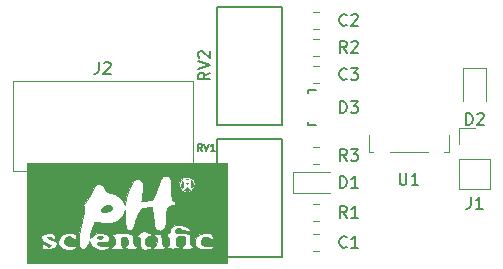
<source format=gbr>
G04 #@! TF.GenerationSoftware,KiCad,Pcbnew,(5.1.2)-2*
G04 #@! TF.CreationDate,2019-11-06T08:40:08+07:00*
G04 #@! TF.ProjectId,ph_vresistor_pos_sensor_board_hw,70685f76-7265-4736-9973-746f725f706f,rev?*
G04 #@! TF.SameCoordinates,Original*
G04 #@! TF.FileFunction,Legend,Top*
G04 #@! TF.FilePolarity,Positive*
%FSLAX46Y46*%
G04 Gerber Fmt 4.6, Leading zero omitted, Abs format (unit mm)*
G04 Created by KiCad (PCBNEW (5.1.2)-2) date 2019-11-06 08:40:08*
%MOMM*%
%LPD*%
G04 APERTURE LIST*
%ADD10C,0.010000*%
%ADD11C,0.150000*%
%ADD12C,0.120000*%
G04 APERTURE END LIST*
D10*
G36*
X99185834Y-87573927D02*
G01*
X99196470Y-87604829D01*
X99080000Y-87616631D01*
X98959805Y-87603326D01*
X98974167Y-87573927D01*
X99147509Y-87562744D01*
X99185834Y-87573927D01*
X99185834Y-87573927D01*
G37*
X99185834Y-87573927D02*
X99196470Y-87604829D01*
X99080000Y-87616631D01*
X98959805Y-87603326D01*
X98974167Y-87573927D01*
X99147509Y-87562744D01*
X99185834Y-87573927D01*
G36*
X99136445Y-87912222D02*
G01*
X99124822Y-87962556D01*
X99080000Y-87968667D01*
X99010310Y-87937688D01*
X99023556Y-87912222D01*
X99124035Y-87902089D01*
X99136445Y-87912222D01*
X99136445Y-87912222D01*
G37*
X99136445Y-87912222D02*
X99124822Y-87962556D01*
X99080000Y-87968667D01*
X99010310Y-87937688D01*
X99023556Y-87912222D01*
X99124035Y-87902089D01*
X99136445Y-87912222D01*
G36*
X99482167Y-87771680D02*
G01*
X99573899Y-87977100D01*
X99571359Y-88169659D01*
X99503334Y-88265000D01*
X99418142Y-88270136D01*
X99408687Y-88248830D01*
X99398591Y-88123056D01*
X99387907Y-87913134D01*
X99387520Y-87903664D01*
X99388010Y-87728317D01*
X99420486Y-87699940D01*
X99482167Y-87771680D01*
X99482167Y-87771680D01*
G37*
X99482167Y-87771680D02*
X99573899Y-87977100D01*
X99571359Y-88169659D01*
X99503334Y-88265000D01*
X99418142Y-88270136D01*
X99408687Y-88248830D01*
X99398591Y-88123056D01*
X99387907Y-87913134D01*
X99387520Y-87903664D01*
X99388010Y-87728317D01*
X99420486Y-87699940D01*
X99482167Y-87771680D01*
G36*
X98697558Y-87753743D02*
G01*
X98720161Y-87862833D01*
X98732531Y-88110529D01*
X98719785Y-88243833D01*
X98687592Y-88370349D01*
X98645849Y-88340017D01*
X98620099Y-88285977D01*
X98593021Y-88096493D01*
X98620474Y-87904977D01*
X98669519Y-87752129D01*
X98697558Y-87753743D01*
X98697558Y-87753743D01*
G37*
X98697558Y-87753743D02*
X98720161Y-87862833D01*
X98732531Y-88110529D01*
X98719785Y-88243833D01*
X98687592Y-88370349D01*
X98645849Y-88340017D01*
X98620099Y-88285977D01*
X98593021Y-88096493D01*
X98620474Y-87904977D01*
X98669519Y-87752129D01*
X98697558Y-87753743D01*
G36*
X99180413Y-88363093D02*
G01*
X99201121Y-88385504D01*
X99299187Y-88504117D01*
X99279440Y-88551715D01*
X99118268Y-88560202D01*
X99071956Y-88560037D01*
X98907018Y-88544151D01*
X98865590Y-88506542D01*
X98876805Y-88496537D01*
X98989157Y-88361951D01*
X99005970Y-88322004D01*
X99064252Y-88273280D01*
X99180413Y-88363093D01*
X99180413Y-88363093D01*
G37*
X99180413Y-88363093D02*
X99201121Y-88385504D01*
X99299187Y-88504117D01*
X99279440Y-88551715D01*
X99118268Y-88560202D01*
X99071956Y-88560037D01*
X98907018Y-88544151D01*
X98865590Y-88506542D01*
X98876805Y-88496537D01*
X98989157Y-88361951D01*
X99005970Y-88322004D01*
X99064252Y-88273280D01*
X99180413Y-88363093D01*
G36*
X92552781Y-89827113D02*
G01*
X92703940Y-89976554D01*
X92704871Y-90150533D01*
X92559145Y-90302734D01*
X92514350Y-90325743D01*
X92182162Y-90417667D01*
X91912462Y-90358496D01*
X91887246Y-90343543D01*
X91810614Y-90264998D01*
X91832143Y-90145690D01*
X91881609Y-90046222D01*
X92073843Y-89837375D01*
X92326722Y-89767008D01*
X92552781Y-89827113D01*
X92552781Y-89827113D01*
G37*
X92552781Y-89827113D02*
X92703940Y-89976554D01*
X92704871Y-90150533D01*
X92559145Y-90302734D01*
X92514350Y-90325743D01*
X92182162Y-90417667D01*
X91912462Y-90358496D01*
X91887246Y-90343543D01*
X91810614Y-90264998D01*
X91832143Y-90145690D01*
X91881609Y-90046222D01*
X92073843Y-89837375D01*
X92326722Y-89767008D01*
X92552781Y-89827113D01*
G36*
X91841000Y-92425382D02*
G01*
X91960595Y-92507940D01*
X91929510Y-92583233D01*
X91765189Y-92623797D01*
X91714000Y-92625333D01*
X91535620Y-92603422D01*
X91460018Y-92550631D01*
X91460000Y-92549725D01*
X91530762Y-92453733D01*
X91690626Y-92406627D01*
X91841000Y-92425382D01*
X91841000Y-92425382D01*
G37*
X91841000Y-92425382D02*
X91960595Y-92507940D01*
X91929510Y-92583233D01*
X91765189Y-92623797D01*
X91714000Y-92625333D01*
X91535620Y-92603422D01*
X91460018Y-92550631D01*
X91460000Y-92549725D01*
X91530762Y-92453733D01*
X91690626Y-92406627D01*
X91841000Y-92425382D01*
G36*
X102466667Y-94657333D02*
G01*
X85533334Y-94657333D01*
X85533334Y-92600351D01*
X86734027Y-92600351D01*
X86783638Y-92760811D01*
X86916368Y-92875766D01*
X87138261Y-92972027D01*
X87367800Y-93072948D01*
X87518957Y-93170230D01*
X87547483Y-93206781D01*
X87512344Y-93280468D01*
X87383434Y-93302226D01*
X87226645Y-93276516D01*
X87107875Y-93207801D01*
X87087951Y-93175667D01*
X86986753Y-93058234D01*
X86871320Y-93075518D01*
X86805125Y-93211782D01*
X86803334Y-93246222D01*
X86825219Y-93424031D01*
X86859778Y-93500222D01*
X87002427Y-93549087D01*
X87243273Y-93554554D01*
X87518193Y-93521462D01*
X87763066Y-93454649D01*
X87823538Y-93427492D01*
X88024690Y-93263160D01*
X88073334Y-93097329D01*
X88043438Y-92965082D01*
X87928592Y-92862823D01*
X87915319Y-92857025D01*
X88174768Y-92857025D01*
X88178235Y-93104145D01*
X88256433Y-93267296D01*
X88376686Y-93377728D01*
X88621868Y-93492843D01*
X88954750Y-93555710D01*
X89299513Y-93558072D01*
X89548075Y-93505275D01*
X89664954Y-93395051D01*
X89682000Y-93326519D01*
X89643285Y-93244836D01*
X89501369Y-93236078D01*
X89396114Y-93252787D01*
X89054029Y-93268275D01*
X88807548Y-93178710D01*
X88679231Y-92995246D01*
X88666000Y-92891796D01*
X88678717Y-92839603D01*
X89936121Y-92839603D01*
X89953421Y-93194246D01*
X90019252Y-93420135D01*
X90058937Y-93468628D01*
X90219760Y-93526067D01*
X90396345Y-93498311D01*
X90514400Y-93404384D01*
X90528667Y-93348353D01*
X90596854Y-93222793D01*
X90655667Y-93187382D01*
X90759262Y-93073156D01*
X90790303Y-92945490D01*
X90803704Y-92846945D01*
X90837062Y-92898170D01*
X90876884Y-93025545D01*
X91029988Y-93276584D01*
X91295792Y-93464641D01*
X91624892Y-93575683D01*
X91967884Y-93595677D01*
X92275363Y-93510589D01*
X92370167Y-93449719D01*
X92457622Y-93347638D01*
X92667635Y-93347638D01*
X92669856Y-93447932D01*
X92751167Y-93502059D01*
X92920591Y-93533530D01*
X93159685Y-93536805D01*
X93402725Y-93516259D01*
X93583990Y-93476270D01*
X93636874Y-93443079D01*
X93623693Y-93330423D01*
X93568435Y-93268656D01*
X93488244Y-93112028D01*
X93492000Y-92837000D01*
X93531578Y-92619214D01*
X93604790Y-92522447D01*
X93753727Y-92498597D01*
X93788334Y-92498333D01*
X93955294Y-92514684D01*
X94033850Y-92596555D01*
X94066489Y-92793170D01*
X94069074Y-92823591D01*
X94058425Y-93088390D01*
X93962036Y-93250105D01*
X93942074Y-93266482D01*
X93840235Y-93366569D01*
X93876613Y-93441273D01*
X93915334Y-93469094D01*
X94110200Y-93532704D01*
X94379509Y-93551459D01*
X94634315Y-93524179D01*
X94751681Y-93480169D01*
X94818528Y-93367717D01*
X94763346Y-93255649D01*
X94651170Y-93217638D01*
X94583742Y-93137628D01*
X94537307Y-92916843D01*
X94525048Y-92773252D01*
X94495415Y-92505138D01*
X94473022Y-92412191D01*
X94855052Y-92412191D01*
X94954944Y-92455610D01*
X94973667Y-92456000D01*
X95050560Y-92498119D01*
X95089963Y-92645741D01*
X95100667Y-92917459D01*
X95141074Y-93266803D01*
X95270655Y-93478252D01*
X95501944Y-93560704D01*
X95847478Y-93523054D01*
X95926167Y-93503302D01*
X96093011Y-93418308D01*
X96111530Y-93318840D01*
X95995053Y-93240832D01*
X95820334Y-93218000D01*
X95618771Y-93201047D01*
X95536913Y-93129545D01*
X95525156Y-93027500D01*
X95562909Y-92697048D01*
X95677115Y-92505576D01*
X95843592Y-92439625D01*
X96037241Y-92378078D01*
X96088650Y-92281807D01*
X96080069Y-92273646D01*
X96210671Y-92273646D01*
X96229574Y-92345942D01*
X96374214Y-92414792D01*
X96483216Y-92478976D01*
X96527963Y-92611892D01*
X96527763Y-92843136D01*
X96491989Y-93105214D01*
X96409583Y-93238198D01*
X96354882Y-93265343D01*
X96214822Y-93355270D01*
X96236385Y-93476365D01*
X96257778Y-93500222D01*
X96379800Y-93538841D01*
X96599197Y-93554729D01*
X96845484Y-93547455D01*
X97048176Y-93516587D01*
X97083409Y-93505275D01*
X97194387Y-93408798D01*
X97197545Y-93379407D01*
X97302000Y-93379407D01*
X97382472Y-93433025D01*
X97609051Y-93464778D01*
X97852334Y-93472000D01*
X98171017Y-93458461D01*
X98359744Y-93420339D01*
X98402667Y-93379407D01*
X98332741Y-93282633D01*
X98254241Y-93247999D01*
X98160781Y-93187635D01*
X98127584Y-93043166D01*
X98135093Y-92841049D01*
X98164644Y-92608754D01*
X98229518Y-92493690D01*
X98367601Y-92443775D01*
X98431686Y-92433314D01*
X98652495Y-92417158D01*
X98804834Y-92433916D01*
X98879885Y-92541223D01*
X98911791Y-92744277D01*
X98902308Y-92975556D01*
X98853188Y-93167534D01*
X98783667Y-93248618D01*
X98671000Y-93364243D01*
X98656667Y-93431434D01*
X98728377Y-93515418D01*
X98906462Y-93553882D01*
X99135356Y-93550788D01*
X99359489Y-93510098D01*
X99523295Y-93435771D01*
X99572249Y-93366167D01*
X99539456Y-93240134D01*
X99467208Y-93218000D01*
X99390683Y-93183862D01*
X99349467Y-93058769D01*
X99334638Y-92808699D01*
X99334167Y-92735705D01*
X99737061Y-92735705D01*
X99745688Y-93055597D01*
X99765101Y-93119220D01*
X99886769Y-93327325D01*
X100036967Y-93455325D01*
X100253877Y-93514086D01*
X100558376Y-93546153D01*
X100871513Y-93547974D01*
X101114336Y-93515998D01*
X101147409Y-93505275D01*
X101264286Y-93395136D01*
X101281334Y-93326678D01*
X101239722Y-93244948D01*
X101090592Y-93226870D01*
X100963834Y-93238600D01*
X100616589Y-93236357D01*
X100368847Y-93145383D01*
X100239679Y-92983735D01*
X100248158Y-92769470D01*
X100321827Y-92630810D01*
X100480424Y-92506643D01*
X100687541Y-92457211D01*
X100876153Y-92487435D01*
X100973285Y-92583000D01*
X101076603Y-92702725D01*
X101198172Y-92689880D01*
X101275867Y-92560940D01*
X101281334Y-92501312D01*
X101210119Y-92287105D01*
X101004197Y-92163622D01*
X100675148Y-92136301D01*
X100534000Y-92150331D01*
X100147665Y-92262346D01*
X99876536Y-92464379D01*
X99737061Y-92735705D01*
X99334167Y-92735705D01*
X99334000Y-92710000D01*
X99334000Y-92202000D01*
X98826000Y-92191417D01*
X98478109Y-92182812D01*
X98264617Y-92168073D01*
X98150637Y-92137142D01*
X98101281Y-92079964D01*
X98081660Y-91986480D01*
X98080231Y-91976439D01*
X98120974Y-91809156D01*
X98257797Y-91720354D01*
X98427370Y-91731394D01*
X98540315Y-91821243D01*
X98682804Y-91921580D01*
X98779599Y-91918943D01*
X98890942Y-91917886D01*
X98910667Y-91956546D01*
X98974236Y-92014940D01*
X99113746Y-92012078D01*
X99252405Y-91959819D01*
X99309785Y-91894916D01*
X99262586Y-91795906D01*
X99098715Y-91677993D01*
X98865582Y-91564107D01*
X98610601Y-91477178D01*
X98381183Y-91440135D01*
X98369144Y-91440000D01*
X98098415Y-91493557D01*
X97853032Y-91629690D01*
X97684883Y-91811587D01*
X97640667Y-91956802D01*
X97583586Y-92116969D01*
X97513667Y-92171382D01*
X97404430Y-92273795D01*
X97402435Y-92404171D01*
X97482889Y-92473963D01*
X97544838Y-92570730D01*
X97583764Y-92774208D01*
X97588722Y-92857748D01*
X97576260Y-93100366D01*
X97511502Y-93219995D01*
X97450167Y-93248137D01*
X97324499Y-93324635D01*
X97302000Y-93379407D01*
X97197545Y-93379407D01*
X97207199Y-93289584D01*
X97119046Y-93219768D01*
X97094559Y-93218000D01*
X97017047Y-93165703D01*
X96969291Y-92991818D01*
X96946392Y-92731167D01*
X96921000Y-92244333D01*
X96561167Y-92218298D01*
X96327127Y-92224870D01*
X96210671Y-92273646D01*
X96080069Y-92273646D01*
X95991487Y-92189403D01*
X95889848Y-92157675D01*
X95656802Y-92091085D01*
X95501501Y-92026003D01*
X95347497Y-92000192D01*
X95152259Y-92094056D01*
X95099334Y-92131706D01*
X94904096Y-92301863D01*
X94855052Y-92412191D01*
X94473022Y-92412191D01*
X94447305Y-92305455D01*
X94414814Y-92244447D01*
X94300618Y-92211641D01*
X94065557Y-92188819D01*
X93757564Y-92176244D01*
X93424575Y-92174179D01*
X93114525Y-92182884D01*
X92875346Y-92202623D01*
X92754975Y-92233658D01*
X92753090Y-92235355D01*
X92763884Y-92327272D01*
X92843408Y-92440981D01*
X92952531Y-92643794D01*
X92987457Y-92886703D01*
X92950332Y-93108506D01*
X92843303Y-93248001D01*
X92814667Y-93260333D01*
X92667635Y-93347638D01*
X92457622Y-93347638D01*
X92477104Y-93324898D01*
X92431326Y-93250903D01*
X92244393Y-93237481D01*
X92134487Y-93250968D01*
X91833779Y-93261160D01*
X91598946Y-93198945D01*
X91471574Y-93078542D01*
X91460000Y-93020355D01*
X91531719Y-92948482D01*
X91751297Y-92947349D01*
X91756104Y-92947904D01*
X92111360Y-92952736D01*
X92373636Y-92881953D01*
X92508691Y-92746931D01*
X92513086Y-92538614D01*
X92384195Y-92358163D01*
X92157790Y-92223750D01*
X91869640Y-92153546D01*
X91555516Y-92165723D01*
X91428786Y-92198330D01*
X91186419Y-92314848D01*
X91000493Y-92465495D01*
X90986024Y-92483646D01*
X90899393Y-92592749D01*
X90872293Y-92580017D01*
X90891940Y-92425759D01*
X90903684Y-92356814D01*
X90960829Y-92086964D01*
X91044541Y-91758193D01*
X91087354Y-91607614D01*
X91170621Y-91355447D01*
X91243720Y-91234216D01*
X91334693Y-91209889D01*
X91402265Y-91225412D01*
X91582561Y-91261470D01*
X91865357Y-91298698D01*
X92137334Y-91324609D01*
X92680079Y-91306031D01*
X93119205Y-91155265D01*
X93460085Y-90869721D01*
X93636462Y-90601183D01*
X93830667Y-90228033D01*
X93839106Y-90855183D01*
X93853009Y-91299691D01*
X93886778Y-91601087D01*
X93949691Y-91785265D01*
X94051024Y-91878113D01*
X94200054Y-91905524D01*
X94215484Y-91905667D01*
X94325910Y-91898020D01*
X94412146Y-91856932D01*
X94491548Y-91755183D01*
X94581473Y-91565553D01*
X94699277Y-91260822D01*
X94797021Y-90993636D01*
X94946606Y-90588371D01*
X95065003Y-90314436D01*
X95179924Y-90144405D01*
X95319082Y-90050848D01*
X95510189Y-90006338D01*
X95780959Y-89983446D01*
X95820334Y-89980836D01*
X96159000Y-89958333D01*
X96211618Y-90720333D01*
X96252872Y-91204728D01*
X96306376Y-91544354D01*
X96383782Y-91763771D01*
X96496742Y-91887544D01*
X96656909Y-91940233D01*
X96794000Y-91948000D01*
X97008244Y-91924310D01*
X97153931Y-91836256D01*
X97243291Y-91658363D01*
X97288551Y-91365155D01*
X97301940Y-90931155D01*
X97302000Y-90889666D01*
X97313846Y-90445543D01*
X97357421Y-90142780D01*
X97444779Y-89954554D01*
X97587976Y-89854039D01*
X97784701Y-89815524D01*
X98002395Y-89778679D01*
X98094094Y-89699508D01*
X98106334Y-89619667D01*
X98036127Y-89466078D01*
X97934790Y-89425762D01*
X97859261Y-89403438D01*
X97809622Y-89342189D01*
X97780265Y-89211780D01*
X97765584Y-88981974D01*
X97759974Y-88622536D01*
X97759194Y-88478729D01*
X97750734Y-88065194D01*
X98402667Y-88065194D01*
X98473037Y-88373222D01*
X98656944Y-88595306D01*
X98913583Y-88715165D01*
X99202151Y-88716513D01*
X99481843Y-88583070D01*
X99549515Y-88522848D01*
X99713943Y-88257762D01*
X99740768Y-87968749D01*
X99647329Y-87698159D01*
X99450960Y-87488338D01*
X99169001Y-87381636D01*
X99080000Y-87376000D01*
X98784715Y-87452867D01*
X98549054Y-87653754D01*
X98416823Y-87934086D01*
X98402667Y-88065194D01*
X97750734Y-88065194D01*
X97749503Y-88005066D01*
X97718069Y-87675281D01*
X97654047Y-87464270D01*
X97546594Y-87346931D01*
X97384866Y-87298158D01*
X97246291Y-87291333D01*
X97067854Y-87306509D01*
X96950982Y-87379092D01*
X96848924Y-87549663D01*
X96786082Y-87690806D01*
X96672976Y-87981982D01*
X96544270Y-88353655D01*
X96433567Y-88706451D01*
X96333235Y-89030175D01*
X96237880Y-89229198D01*
X96104149Y-89341106D01*
X95888688Y-89403487D01*
X95575776Y-89450162D01*
X95332982Y-89478051D01*
X95222706Y-89467737D01*
X95210506Y-89409277D01*
X95233843Y-89351446D01*
X95271301Y-89196526D01*
X95306161Y-88924665D01*
X95332097Y-88588212D01*
X95336287Y-88503751D01*
X95348301Y-88159799D01*
X95341180Y-87943460D01*
X95305845Y-87813312D01*
X95233219Y-87727935D01*
X95153948Y-87671721D01*
X94933000Y-87577866D01*
X94745729Y-87559970D01*
X94575245Y-87662343D01*
X94395525Y-87905998D01*
X94219847Y-88264382D01*
X94061486Y-88710948D01*
X93946481Y-89158185D01*
X93805216Y-89815570D01*
X93627442Y-89464302D01*
X93364406Y-89097808D01*
X93020256Y-88846188D01*
X92631290Y-88734151D01*
X92549759Y-88730667D01*
X92327688Y-88712636D01*
X92217291Y-88638431D01*
X92174116Y-88527029D01*
X92051657Y-88278987D01*
X91849921Y-88082988D01*
X91622385Y-87984337D01*
X91531786Y-87982859D01*
X91414263Y-88033928D01*
X91286482Y-88170058D01*
X91129553Y-88416037D01*
X90952000Y-88743710D01*
X90769983Y-89080872D01*
X90598481Y-89376154D01*
X90463326Y-89586020D01*
X90416085Y-89646834D01*
X90312957Y-89813079D01*
X90345092Y-89973964D01*
X90348436Y-89980303D01*
X90388090Y-90157826D01*
X90353316Y-90430906D01*
X90311094Y-90601180D01*
X90154837Y-91236995D01*
X90038885Y-91837593D01*
X89965294Y-92379591D01*
X89936121Y-92839603D01*
X88678717Y-92839603D01*
X88725546Y-92647408D01*
X88874561Y-92482628D01*
X89068611Y-92421114D01*
X89263262Y-92486524D01*
X89322153Y-92542427D01*
X89499781Y-92687671D01*
X89642550Y-92681944D01*
X89712618Y-92583000D01*
X89727553Y-92368577D01*
X89601084Y-92215108D01*
X89353785Y-92134176D01*
X89006230Y-92137366D01*
X88938556Y-92147124D01*
X88548228Y-92268188D01*
X88296885Y-92483965D01*
X88180966Y-92797764D01*
X88174768Y-92857025D01*
X87915319Y-92857025D01*
X87691059Y-92759064D01*
X87650000Y-92744111D01*
X87379977Y-92630710D01*
X87245055Y-92538020D01*
X87254259Y-92476385D01*
X87398657Y-92456000D01*
X87561463Y-92511171D01*
X87619382Y-92583000D01*
X87720627Y-92708361D01*
X87841625Y-92706433D01*
X87936997Y-92606230D01*
X87961362Y-92436766D01*
X87947027Y-92373517D01*
X87819178Y-92225550D01*
X87583115Y-92152137D01*
X87285909Y-92160305D01*
X87022880Y-92235584D01*
X86817793Y-92339717D01*
X86735983Y-92452048D01*
X86734027Y-92600351D01*
X85533334Y-92600351D01*
X85533334Y-86190667D01*
X102466667Y-86190667D01*
X102466667Y-94657333D01*
X102466667Y-94657333D01*
G37*
X102466667Y-94657333D02*
X85533334Y-94657333D01*
X85533334Y-92600351D01*
X86734027Y-92600351D01*
X86783638Y-92760811D01*
X86916368Y-92875766D01*
X87138261Y-92972027D01*
X87367800Y-93072948D01*
X87518957Y-93170230D01*
X87547483Y-93206781D01*
X87512344Y-93280468D01*
X87383434Y-93302226D01*
X87226645Y-93276516D01*
X87107875Y-93207801D01*
X87087951Y-93175667D01*
X86986753Y-93058234D01*
X86871320Y-93075518D01*
X86805125Y-93211782D01*
X86803334Y-93246222D01*
X86825219Y-93424031D01*
X86859778Y-93500222D01*
X87002427Y-93549087D01*
X87243273Y-93554554D01*
X87518193Y-93521462D01*
X87763066Y-93454649D01*
X87823538Y-93427492D01*
X88024690Y-93263160D01*
X88073334Y-93097329D01*
X88043438Y-92965082D01*
X87928592Y-92862823D01*
X87915319Y-92857025D01*
X88174768Y-92857025D01*
X88178235Y-93104145D01*
X88256433Y-93267296D01*
X88376686Y-93377728D01*
X88621868Y-93492843D01*
X88954750Y-93555710D01*
X89299513Y-93558072D01*
X89548075Y-93505275D01*
X89664954Y-93395051D01*
X89682000Y-93326519D01*
X89643285Y-93244836D01*
X89501369Y-93236078D01*
X89396114Y-93252787D01*
X89054029Y-93268275D01*
X88807548Y-93178710D01*
X88679231Y-92995246D01*
X88666000Y-92891796D01*
X88678717Y-92839603D01*
X89936121Y-92839603D01*
X89953421Y-93194246D01*
X90019252Y-93420135D01*
X90058937Y-93468628D01*
X90219760Y-93526067D01*
X90396345Y-93498311D01*
X90514400Y-93404384D01*
X90528667Y-93348353D01*
X90596854Y-93222793D01*
X90655667Y-93187382D01*
X90759262Y-93073156D01*
X90790303Y-92945490D01*
X90803704Y-92846945D01*
X90837062Y-92898170D01*
X90876884Y-93025545D01*
X91029988Y-93276584D01*
X91295792Y-93464641D01*
X91624892Y-93575683D01*
X91967884Y-93595677D01*
X92275363Y-93510589D01*
X92370167Y-93449719D01*
X92457622Y-93347638D01*
X92667635Y-93347638D01*
X92669856Y-93447932D01*
X92751167Y-93502059D01*
X92920591Y-93533530D01*
X93159685Y-93536805D01*
X93402725Y-93516259D01*
X93583990Y-93476270D01*
X93636874Y-93443079D01*
X93623693Y-93330423D01*
X93568435Y-93268656D01*
X93488244Y-93112028D01*
X93492000Y-92837000D01*
X93531578Y-92619214D01*
X93604790Y-92522447D01*
X93753727Y-92498597D01*
X93788334Y-92498333D01*
X93955294Y-92514684D01*
X94033850Y-92596555D01*
X94066489Y-92793170D01*
X94069074Y-92823591D01*
X94058425Y-93088390D01*
X93962036Y-93250105D01*
X93942074Y-93266482D01*
X93840235Y-93366569D01*
X93876613Y-93441273D01*
X93915334Y-93469094D01*
X94110200Y-93532704D01*
X94379509Y-93551459D01*
X94634315Y-93524179D01*
X94751681Y-93480169D01*
X94818528Y-93367717D01*
X94763346Y-93255649D01*
X94651170Y-93217638D01*
X94583742Y-93137628D01*
X94537307Y-92916843D01*
X94525048Y-92773252D01*
X94495415Y-92505138D01*
X94473022Y-92412191D01*
X94855052Y-92412191D01*
X94954944Y-92455610D01*
X94973667Y-92456000D01*
X95050560Y-92498119D01*
X95089963Y-92645741D01*
X95100667Y-92917459D01*
X95141074Y-93266803D01*
X95270655Y-93478252D01*
X95501944Y-93560704D01*
X95847478Y-93523054D01*
X95926167Y-93503302D01*
X96093011Y-93418308D01*
X96111530Y-93318840D01*
X95995053Y-93240832D01*
X95820334Y-93218000D01*
X95618771Y-93201047D01*
X95536913Y-93129545D01*
X95525156Y-93027500D01*
X95562909Y-92697048D01*
X95677115Y-92505576D01*
X95843592Y-92439625D01*
X96037241Y-92378078D01*
X96088650Y-92281807D01*
X96080069Y-92273646D01*
X96210671Y-92273646D01*
X96229574Y-92345942D01*
X96374214Y-92414792D01*
X96483216Y-92478976D01*
X96527963Y-92611892D01*
X96527763Y-92843136D01*
X96491989Y-93105214D01*
X96409583Y-93238198D01*
X96354882Y-93265343D01*
X96214822Y-93355270D01*
X96236385Y-93476365D01*
X96257778Y-93500222D01*
X96379800Y-93538841D01*
X96599197Y-93554729D01*
X96845484Y-93547455D01*
X97048176Y-93516587D01*
X97083409Y-93505275D01*
X97194387Y-93408798D01*
X97197545Y-93379407D01*
X97302000Y-93379407D01*
X97382472Y-93433025D01*
X97609051Y-93464778D01*
X97852334Y-93472000D01*
X98171017Y-93458461D01*
X98359744Y-93420339D01*
X98402667Y-93379407D01*
X98332741Y-93282633D01*
X98254241Y-93247999D01*
X98160781Y-93187635D01*
X98127584Y-93043166D01*
X98135093Y-92841049D01*
X98164644Y-92608754D01*
X98229518Y-92493690D01*
X98367601Y-92443775D01*
X98431686Y-92433314D01*
X98652495Y-92417158D01*
X98804834Y-92433916D01*
X98879885Y-92541223D01*
X98911791Y-92744277D01*
X98902308Y-92975556D01*
X98853188Y-93167534D01*
X98783667Y-93248618D01*
X98671000Y-93364243D01*
X98656667Y-93431434D01*
X98728377Y-93515418D01*
X98906462Y-93553882D01*
X99135356Y-93550788D01*
X99359489Y-93510098D01*
X99523295Y-93435771D01*
X99572249Y-93366167D01*
X99539456Y-93240134D01*
X99467208Y-93218000D01*
X99390683Y-93183862D01*
X99349467Y-93058769D01*
X99334638Y-92808699D01*
X99334167Y-92735705D01*
X99737061Y-92735705D01*
X99745688Y-93055597D01*
X99765101Y-93119220D01*
X99886769Y-93327325D01*
X100036967Y-93455325D01*
X100253877Y-93514086D01*
X100558376Y-93546153D01*
X100871513Y-93547974D01*
X101114336Y-93515998D01*
X101147409Y-93505275D01*
X101264286Y-93395136D01*
X101281334Y-93326678D01*
X101239722Y-93244948D01*
X101090592Y-93226870D01*
X100963834Y-93238600D01*
X100616589Y-93236357D01*
X100368847Y-93145383D01*
X100239679Y-92983735D01*
X100248158Y-92769470D01*
X100321827Y-92630810D01*
X100480424Y-92506643D01*
X100687541Y-92457211D01*
X100876153Y-92487435D01*
X100973285Y-92583000D01*
X101076603Y-92702725D01*
X101198172Y-92689880D01*
X101275867Y-92560940D01*
X101281334Y-92501312D01*
X101210119Y-92287105D01*
X101004197Y-92163622D01*
X100675148Y-92136301D01*
X100534000Y-92150331D01*
X100147665Y-92262346D01*
X99876536Y-92464379D01*
X99737061Y-92735705D01*
X99334167Y-92735705D01*
X99334000Y-92710000D01*
X99334000Y-92202000D01*
X98826000Y-92191417D01*
X98478109Y-92182812D01*
X98264617Y-92168073D01*
X98150637Y-92137142D01*
X98101281Y-92079964D01*
X98081660Y-91986480D01*
X98080231Y-91976439D01*
X98120974Y-91809156D01*
X98257797Y-91720354D01*
X98427370Y-91731394D01*
X98540315Y-91821243D01*
X98682804Y-91921580D01*
X98779599Y-91918943D01*
X98890942Y-91917886D01*
X98910667Y-91956546D01*
X98974236Y-92014940D01*
X99113746Y-92012078D01*
X99252405Y-91959819D01*
X99309785Y-91894916D01*
X99262586Y-91795906D01*
X99098715Y-91677993D01*
X98865582Y-91564107D01*
X98610601Y-91477178D01*
X98381183Y-91440135D01*
X98369144Y-91440000D01*
X98098415Y-91493557D01*
X97853032Y-91629690D01*
X97684883Y-91811587D01*
X97640667Y-91956802D01*
X97583586Y-92116969D01*
X97513667Y-92171382D01*
X97404430Y-92273795D01*
X97402435Y-92404171D01*
X97482889Y-92473963D01*
X97544838Y-92570730D01*
X97583764Y-92774208D01*
X97588722Y-92857748D01*
X97576260Y-93100366D01*
X97511502Y-93219995D01*
X97450167Y-93248137D01*
X97324499Y-93324635D01*
X97302000Y-93379407D01*
X97197545Y-93379407D01*
X97207199Y-93289584D01*
X97119046Y-93219768D01*
X97094559Y-93218000D01*
X97017047Y-93165703D01*
X96969291Y-92991818D01*
X96946392Y-92731167D01*
X96921000Y-92244333D01*
X96561167Y-92218298D01*
X96327127Y-92224870D01*
X96210671Y-92273646D01*
X96080069Y-92273646D01*
X95991487Y-92189403D01*
X95889848Y-92157675D01*
X95656802Y-92091085D01*
X95501501Y-92026003D01*
X95347497Y-92000192D01*
X95152259Y-92094056D01*
X95099334Y-92131706D01*
X94904096Y-92301863D01*
X94855052Y-92412191D01*
X94473022Y-92412191D01*
X94447305Y-92305455D01*
X94414814Y-92244447D01*
X94300618Y-92211641D01*
X94065557Y-92188819D01*
X93757564Y-92176244D01*
X93424575Y-92174179D01*
X93114525Y-92182884D01*
X92875346Y-92202623D01*
X92754975Y-92233658D01*
X92753090Y-92235355D01*
X92763884Y-92327272D01*
X92843408Y-92440981D01*
X92952531Y-92643794D01*
X92987457Y-92886703D01*
X92950332Y-93108506D01*
X92843303Y-93248001D01*
X92814667Y-93260333D01*
X92667635Y-93347638D01*
X92457622Y-93347638D01*
X92477104Y-93324898D01*
X92431326Y-93250903D01*
X92244393Y-93237481D01*
X92134487Y-93250968D01*
X91833779Y-93261160D01*
X91598946Y-93198945D01*
X91471574Y-93078542D01*
X91460000Y-93020355D01*
X91531719Y-92948482D01*
X91751297Y-92947349D01*
X91756104Y-92947904D01*
X92111360Y-92952736D01*
X92373636Y-92881953D01*
X92508691Y-92746931D01*
X92513086Y-92538614D01*
X92384195Y-92358163D01*
X92157790Y-92223750D01*
X91869640Y-92153546D01*
X91555516Y-92165723D01*
X91428786Y-92198330D01*
X91186419Y-92314848D01*
X91000493Y-92465495D01*
X90986024Y-92483646D01*
X90899393Y-92592749D01*
X90872293Y-92580017D01*
X90891940Y-92425759D01*
X90903684Y-92356814D01*
X90960829Y-92086964D01*
X91044541Y-91758193D01*
X91087354Y-91607614D01*
X91170621Y-91355447D01*
X91243720Y-91234216D01*
X91334693Y-91209889D01*
X91402265Y-91225412D01*
X91582561Y-91261470D01*
X91865357Y-91298698D01*
X92137334Y-91324609D01*
X92680079Y-91306031D01*
X93119205Y-91155265D01*
X93460085Y-90869721D01*
X93636462Y-90601183D01*
X93830667Y-90228033D01*
X93839106Y-90855183D01*
X93853009Y-91299691D01*
X93886778Y-91601087D01*
X93949691Y-91785265D01*
X94051024Y-91878113D01*
X94200054Y-91905524D01*
X94215484Y-91905667D01*
X94325910Y-91898020D01*
X94412146Y-91856932D01*
X94491548Y-91755183D01*
X94581473Y-91565553D01*
X94699277Y-91260822D01*
X94797021Y-90993636D01*
X94946606Y-90588371D01*
X95065003Y-90314436D01*
X95179924Y-90144405D01*
X95319082Y-90050848D01*
X95510189Y-90006338D01*
X95780959Y-89983446D01*
X95820334Y-89980836D01*
X96159000Y-89958333D01*
X96211618Y-90720333D01*
X96252872Y-91204728D01*
X96306376Y-91544354D01*
X96383782Y-91763771D01*
X96496742Y-91887544D01*
X96656909Y-91940233D01*
X96794000Y-91948000D01*
X97008244Y-91924310D01*
X97153931Y-91836256D01*
X97243291Y-91658363D01*
X97288551Y-91365155D01*
X97301940Y-90931155D01*
X97302000Y-90889666D01*
X97313846Y-90445543D01*
X97357421Y-90142780D01*
X97444779Y-89954554D01*
X97587976Y-89854039D01*
X97784701Y-89815524D01*
X98002395Y-89778679D01*
X98094094Y-89699508D01*
X98106334Y-89619667D01*
X98036127Y-89466078D01*
X97934790Y-89425762D01*
X97859261Y-89403438D01*
X97809622Y-89342189D01*
X97780265Y-89211780D01*
X97765584Y-88981974D01*
X97759974Y-88622536D01*
X97759194Y-88478729D01*
X97750734Y-88065194D01*
X98402667Y-88065194D01*
X98473037Y-88373222D01*
X98656944Y-88595306D01*
X98913583Y-88715165D01*
X99202151Y-88716513D01*
X99481843Y-88583070D01*
X99549515Y-88522848D01*
X99713943Y-88257762D01*
X99740768Y-87968749D01*
X99647329Y-87698159D01*
X99450960Y-87488338D01*
X99169001Y-87381636D01*
X99080000Y-87376000D01*
X98784715Y-87452867D01*
X98549054Y-87653754D01*
X98416823Y-87934086D01*
X98402667Y-88065194D01*
X97750734Y-88065194D01*
X97749503Y-88005066D01*
X97718069Y-87675281D01*
X97654047Y-87464270D01*
X97546594Y-87346931D01*
X97384866Y-87298158D01*
X97246291Y-87291333D01*
X97067854Y-87306509D01*
X96950982Y-87379092D01*
X96848924Y-87549663D01*
X96786082Y-87690806D01*
X96672976Y-87981982D01*
X96544270Y-88353655D01*
X96433567Y-88706451D01*
X96333235Y-89030175D01*
X96237880Y-89229198D01*
X96104149Y-89341106D01*
X95888688Y-89403487D01*
X95575776Y-89450162D01*
X95332982Y-89478051D01*
X95222706Y-89467737D01*
X95210506Y-89409277D01*
X95233843Y-89351446D01*
X95271301Y-89196526D01*
X95306161Y-88924665D01*
X95332097Y-88588212D01*
X95336287Y-88503751D01*
X95348301Y-88159799D01*
X95341180Y-87943460D01*
X95305845Y-87813312D01*
X95233219Y-87727935D01*
X95153948Y-87671721D01*
X94933000Y-87577866D01*
X94745729Y-87559970D01*
X94575245Y-87662343D01*
X94395525Y-87905998D01*
X94219847Y-88264382D01*
X94061486Y-88710948D01*
X93946481Y-89158185D01*
X93805216Y-89815570D01*
X93627442Y-89464302D01*
X93364406Y-89097808D01*
X93020256Y-88846188D01*
X92631290Y-88734151D01*
X92549759Y-88730667D01*
X92327688Y-88712636D01*
X92217291Y-88638431D01*
X92174116Y-88527029D01*
X92051657Y-88278987D01*
X91849921Y-88082988D01*
X91622385Y-87984337D01*
X91531786Y-87982859D01*
X91414263Y-88033928D01*
X91286482Y-88170058D01*
X91129553Y-88416037D01*
X90952000Y-88743710D01*
X90769983Y-89080872D01*
X90598481Y-89376154D01*
X90463326Y-89586020D01*
X90416085Y-89646834D01*
X90312957Y-89813079D01*
X90345092Y-89973964D01*
X90348436Y-89980303D01*
X90388090Y-90157826D01*
X90353316Y-90430906D01*
X90311094Y-90601180D01*
X90154837Y-91236995D01*
X90038885Y-91837593D01*
X89965294Y-92379591D01*
X89936121Y-92839603D01*
X88678717Y-92839603D01*
X88725546Y-92647408D01*
X88874561Y-92482628D01*
X89068611Y-92421114D01*
X89263262Y-92486524D01*
X89322153Y-92542427D01*
X89499781Y-92687671D01*
X89642550Y-92681944D01*
X89712618Y-92583000D01*
X89727553Y-92368577D01*
X89601084Y-92215108D01*
X89353785Y-92134176D01*
X89006230Y-92137366D01*
X88938556Y-92147124D01*
X88548228Y-92268188D01*
X88296885Y-92483965D01*
X88180966Y-92797764D01*
X88174768Y-92857025D01*
X87915319Y-92857025D01*
X87691059Y-92759064D01*
X87650000Y-92744111D01*
X87379977Y-92630710D01*
X87245055Y-92538020D01*
X87254259Y-92476385D01*
X87398657Y-92456000D01*
X87561463Y-92511171D01*
X87619382Y-92583000D01*
X87720627Y-92708361D01*
X87841625Y-92706433D01*
X87936997Y-92606230D01*
X87961362Y-92436766D01*
X87947027Y-92373517D01*
X87819178Y-92225550D01*
X87583115Y-92152137D01*
X87285909Y-92160305D01*
X87022880Y-92235584D01*
X86817793Y-92339717D01*
X86735983Y-92452048D01*
X86734027Y-92600351D01*
X85533334Y-92600351D01*
X85533334Y-86190667D01*
X102466667Y-86190667D01*
X102466667Y-94657333D01*
D11*
X107144000Y-94194000D02*
X107144000Y-84194000D01*
X101644000Y-94194000D02*
X101644000Y-84194000D01*
X101644000Y-84194000D02*
X107144000Y-84194000D01*
X101644000Y-94194000D02*
X107144000Y-94194000D01*
X101644000Y-83018000D02*
X107144000Y-83018000D01*
X101644000Y-73018000D02*
X107144000Y-73018000D01*
X101644000Y-83018000D02*
X101644000Y-73018000D01*
X107144000Y-83018000D02*
X107144000Y-73018000D01*
D12*
X109720748Y-92254000D02*
X110243252Y-92254000D01*
X109720748Y-93674000D02*
X110243252Y-93674000D01*
X110243252Y-73458000D02*
X109720748Y-73458000D01*
X110243252Y-74878000D02*
X109720748Y-74878000D01*
X109720748Y-78030000D02*
X110243252Y-78030000D01*
X109720748Y-79450000D02*
X110243252Y-79450000D01*
X108082000Y-87034000D02*
X108082000Y-88734000D01*
X108082000Y-88734000D02*
X111232000Y-88734000D01*
X108082000Y-87034000D02*
X111232000Y-87034000D01*
X124404000Y-81010000D02*
X124404000Y-78150000D01*
X124404000Y-78150000D02*
X122484000Y-78150000D01*
X122484000Y-78150000D02*
X122484000Y-81010000D01*
X110243252Y-89714000D02*
X109720748Y-89714000D01*
X110243252Y-91134000D02*
X109720748Y-91134000D01*
X109720748Y-75744000D02*
X110243252Y-75744000D01*
X109720748Y-77164000D02*
X110243252Y-77164000D01*
X110243252Y-84888000D02*
X109720748Y-84888000D01*
X110243252Y-86308000D02*
X109720748Y-86308000D01*
X114806000Y-85333000D02*
X114456000Y-85333000D01*
X114456000Y-85333000D02*
X114456000Y-83833000D01*
X119456000Y-85333000D02*
X116256000Y-85333000D01*
X121256000Y-83833000D02*
X121256000Y-85333000D01*
X121256000Y-85333000D02*
X120856000Y-85333000D01*
X122114000Y-88452000D02*
X124774000Y-88452000D01*
X122114000Y-85852000D02*
X122114000Y-88452000D01*
X124774000Y-85852000D02*
X124774000Y-88452000D01*
X122114000Y-85852000D02*
X124774000Y-85852000D01*
X122114000Y-84582000D02*
X122114000Y-83252000D01*
X122114000Y-83252000D02*
X123444000Y-83252000D01*
X84328000Y-79248000D02*
X99568000Y-79248000D01*
X99568000Y-79248000D02*
X99568000Y-86868000D01*
X99568000Y-86868000D02*
X84328000Y-86868000D01*
X84328000Y-86868000D02*
X84328000Y-79248000D01*
D11*
X109331760Y-80234840D02*
X109331760Y-80283100D01*
X110032800Y-83033820D02*
X109331760Y-83033820D01*
X109331760Y-83033820D02*
X109331760Y-82784900D01*
X109331760Y-80234840D02*
X109331760Y-80034180D01*
X109331760Y-80034180D02*
X110032800Y-80034180D01*
X100353857Y-85234428D02*
X100153857Y-84948714D01*
X100011000Y-85234428D02*
X100011000Y-84634428D01*
X100239571Y-84634428D01*
X100296714Y-84663000D01*
X100325285Y-84691571D01*
X100353857Y-84748714D01*
X100353857Y-84834428D01*
X100325285Y-84891571D01*
X100296714Y-84920142D01*
X100239571Y-84948714D01*
X100011000Y-84948714D01*
X100525285Y-84634428D02*
X100725285Y-85234428D01*
X100925285Y-84634428D01*
X101439571Y-85234428D02*
X101096714Y-85234428D01*
X101268142Y-85234428D02*
X101268142Y-84634428D01*
X101211000Y-84720142D01*
X101153857Y-84777285D01*
X101096714Y-84805857D01*
X101036380Y-78573238D02*
X100560190Y-78906571D01*
X101036380Y-79144666D02*
X100036380Y-79144666D01*
X100036380Y-78763714D01*
X100084000Y-78668476D01*
X100131619Y-78620857D01*
X100226857Y-78573238D01*
X100369714Y-78573238D01*
X100464952Y-78620857D01*
X100512571Y-78668476D01*
X100560190Y-78763714D01*
X100560190Y-79144666D01*
X100036380Y-78287523D02*
X101036380Y-77954190D01*
X100036380Y-77620857D01*
X100131619Y-77335142D02*
X100084000Y-77287523D01*
X100036380Y-77192285D01*
X100036380Y-76954190D01*
X100084000Y-76858952D01*
X100131619Y-76811333D01*
X100226857Y-76763714D01*
X100322095Y-76763714D01*
X100464952Y-76811333D01*
X101036380Y-77382761D01*
X101036380Y-76763714D01*
X112609333Y-93321142D02*
X112561714Y-93368761D01*
X112418857Y-93416380D01*
X112323619Y-93416380D01*
X112180761Y-93368761D01*
X112085523Y-93273523D01*
X112037904Y-93178285D01*
X111990285Y-92987809D01*
X111990285Y-92844952D01*
X112037904Y-92654476D01*
X112085523Y-92559238D01*
X112180761Y-92464000D01*
X112323619Y-92416380D01*
X112418857Y-92416380D01*
X112561714Y-92464000D01*
X112609333Y-92511619D01*
X113561714Y-93416380D02*
X112990285Y-93416380D01*
X113276000Y-93416380D02*
X113276000Y-92416380D01*
X113180761Y-92559238D01*
X113085523Y-92654476D01*
X112990285Y-92702095D01*
X112609333Y-74525142D02*
X112561714Y-74572761D01*
X112418857Y-74620380D01*
X112323619Y-74620380D01*
X112180761Y-74572761D01*
X112085523Y-74477523D01*
X112037904Y-74382285D01*
X111990285Y-74191809D01*
X111990285Y-74048952D01*
X112037904Y-73858476D01*
X112085523Y-73763238D01*
X112180761Y-73668000D01*
X112323619Y-73620380D01*
X112418857Y-73620380D01*
X112561714Y-73668000D01*
X112609333Y-73715619D01*
X112990285Y-73715619D02*
X113037904Y-73668000D01*
X113133142Y-73620380D01*
X113371238Y-73620380D01*
X113466476Y-73668000D01*
X113514095Y-73715619D01*
X113561714Y-73810857D01*
X113561714Y-73906095D01*
X113514095Y-74048952D01*
X112942666Y-74620380D01*
X113561714Y-74620380D01*
X112609333Y-79097142D02*
X112561714Y-79144761D01*
X112418857Y-79192380D01*
X112323619Y-79192380D01*
X112180761Y-79144761D01*
X112085523Y-79049523D01*
X112037904Y-78954285D01*
X111990285Y-78763809D01*
X111990285Y-78620952D01*
X112037904Y-78430476D01*
X112085523Y-78335238D01*
X112180761Y-78240000D01*
X112323619Y-78192380D01*
X112418857Y-78192380D01*
X112561714Y-78240000D01*
X112609333Y-78287619D01*
X112942666Y-78192380D02*
X113561714Y-78192380D01*
X113228380Y-78573333D01*
X113371238Y-78573333D01*
X113466476Y-78620952D01*
X113514095Y-78668571D01*
X113561714Y-78763809D01*
X113561714Y-79001904D01*
X113514095Y-79097142D01*
X113466476Y-79144761D01*
X113371238Y-79192380D01*
X113085523Y-79192380D01*
X112990285Y-79144761D01*
X112942666Y-79097142D01*
X112037904Y-88336380D02*
X112037904Y-87336380D01*
X112276000Y-87336380D01*
X112418857Y-87384000D01*
X112514095Y-87479238D01*
X112561714Y-87574476D01*
X112609333Y-87764952D01*
X112609333Y-87907809D01*
X112561714Y-88098285D01*
X112514095Y-88193523D01*
X112418857Y-88288761D01*
X112276000Y-88336380D01*
X112037904Y-88336380D01*
X113561714Y-88336380D02*
X112990285Y-88336380D01*
X113276000Y-88336380D02*
X113276000Y-87336380D01*
X113180761Y-87479238D01*
X113085523Y-87574476D01*
X112990285Y-87622095D01*
X122705904Y-83002380D02*
X122705904Y-82002380D01*
X122944000Y-82002380D01*
X123086857Y-82050000D01*
X123182095Y-82145238D01*
X123229714Y-82240476D01*
X123277333Y-82430952D01*
X123277333Y-82573809D01*
X123229714Y-82764285D01*
X123182095Y-82859523D01*
X123086857Y-82954761D01*
X122944000Y-83002380D01*
X122705904Y-83002380D01*
X123658285Y-82097619D02*
X123705904Y-82050000D01*
X123801142Y-82002380D01*
X124039238Y-82002380D01*
X124134476Y-82050000D01*
X124182095Y-82097619D01*
X124229714Y-82192857D01*
X124229714Y-82288095D01*
X124182095Y-82430952D01*
X123610666Y-83002380D01*
X124229714Y-83002380D01*
X112609333Y-90876380D02*
X112276000Y-90400190D01*
X112037904Y-90876380D02*
X112037904Y-89876380D01*
X112418857Y-89876380D01*
X112514095Y-89924000D01*
X112561714Y-89971619D01*
X112609333Y-90066857D01*
X112609333Y-90209714D01*
X112561714Y-90304952D01*
X112514095Y-90352571D01*
X112418857Y-90400190D01*
X112037904Y-90400190D01*
X113561714Y-90876380D02*
X112990285Y-90876380D01*
X113276000Y-90876380D02*
X113276000Y-89876380D01*
X113180761Y-90019238D01*
X113085523Y-90114476D01*
X112990285Y-90162095D01*
X112609333Y-76906380D02*
X112276000Y-76430190D01*
X112037904Y-76906380D02*
X112037904Y-75906380D01*
X112418857Y-75906380D01*
X112514095Y-75954000D01*
X112561714Y-76001619D01*
X112609333Y-76096857D01*
X112609333Y-76239714D01*
X112561714Y-76334952D01*
X112514095Y-76382571D01*
X112418857Y-76430190D01*
X112037904Y-76430190D01*
X112990285Y-76001619D02*
X113037904Y-75954000D01*
X113133142Y-75906380D01*
X113371238Y-75906380D01*
X113466476Y-75954000D01*
X113514095Y-76001619D01*
X113561714Y-76096857D01*
X113561714Y-76192095D01*
X113514095Y-76334952D01*
X112942666Y-76906380D01*
X113561714Y-76906380D01*
X112609333Y-86050380D02*
X112276000Y-85574190D01*
X112037904Y-86050380D02*
X112037904Y-85050380D01*
X112418857Y-85050380D01*
X112514095Y-85098000D01*
X112561714Y-85145619D01*
X112609333Y-85240857D01*
X112609333Y-85383714D01*
X112561714Y-85478952D01*
X112514095Y-85526571D01*
X112418857Y-85574190D01*
X112037904Y-85574190D01*
X112942666Y-85050380D02*
X113561714Y-85050380D01*
X113228380Y-85431333D01*
X113371238Y-85431333D01*
X113466476Y-85478952D01*
X113514095Y-85526571D01*
X113561714Y-85621809D01*
X113561714Y-85859904D01*
X113514095Y-85955142D01*
X113466476Y-86002761D01*
X113371238Y-86050380D01*
X113085523Y-86050380D01*
X112990285Y-86002761D01*
X112942666Y-85955142D01*
X117094095Y-87082380D02*
X117094095Y-87891904D01*
X117141714Y-87987142D01*
X117189333Y-88034761D01*
X117284571Y-88082380D01*
X117475047Y-88082380D01*
X117570285Y-88034761D01*
X117617904Y-87987142D01*
X117665523Y-87891904D01*
X117665523Y-87082380D01*
X118665523Y-88082380D02*
X118094095Y-88082380D01*
X118379809Y-88082380D02*
X118379809Y-87082380D01*
X118284571Y-87225238D01*
X118189333Y-87320476D01*
X118094095Y-87368095D01*
X123110666Y-89114380D02*
X123110666Y-89828666D01*
X123063047Y-89971523D01*
X122967809Y-90066761D01*
X122824952Y-90114380D01*
X122729714Y-90114380D01*
X124110666Y-90114380D02*
X123539238Y-90114380D01*
X123824952Y-90114380D02*
X123824952Y-89114380D01*
X123729714Y-89257238D01*
X123634476Y-89352476D01*
X123539238Y-89400095D01*
X91614666Y-77684380D02*
X91614666Y-78398666D01*
X91567047Y-78541523D01*
X91471809Y-78636761D01*
X91328952Y-78684380D01*
X91233714Y-78684380D01*
X92043238Y-77779619D02*
X92090857Y-77732000D01*
X92186095Y-77684380D01*
X92424190Y-77684380D01*
X92519428Y-77732000D01*
X92567047Y-77779619D01*
X92614666Y-77874857D01*
X92614666Y-77970095D01*
X92567047Y-78112952D01*
X91995619Y-78684380D01*
X92614666Y-78684380D01*
X112037904Y-81986380D02*
X112037904Y-80986380D01*
X112276000Y-80986380D01*
X112418857Y-81034000D01*
X112514095Y-81129238D01*
X112561714Y-81224476D01*
X112609333Y-81414952D01*
X112609333Y-81557809D01*
X112561714Y-81748285D01*
X112514095Y-81843523D01*
X112418857Y-81938761D01*
X112276000Y-81986380D01*
X112037904Y-81986380D01*
X112942666Y-80986380D02*
X113561714Y-80986380D01*
X113228380Y-81367333D01*
X113371238Y-81367333D01*
X113466476Y-81414952D01*
X113514095Y-81462571D01*
X113561714Y-81557809D01*
X113561714Y-81795904D01*
X113514095Y-81891142D01*
X113466476Y-81938761D01*
X113371238Y-81986380D01*
X113085523Y-81986380D01*
X112990285Y-81938761D01*
X112942666Y-81891142D01*
M02*

</source>
